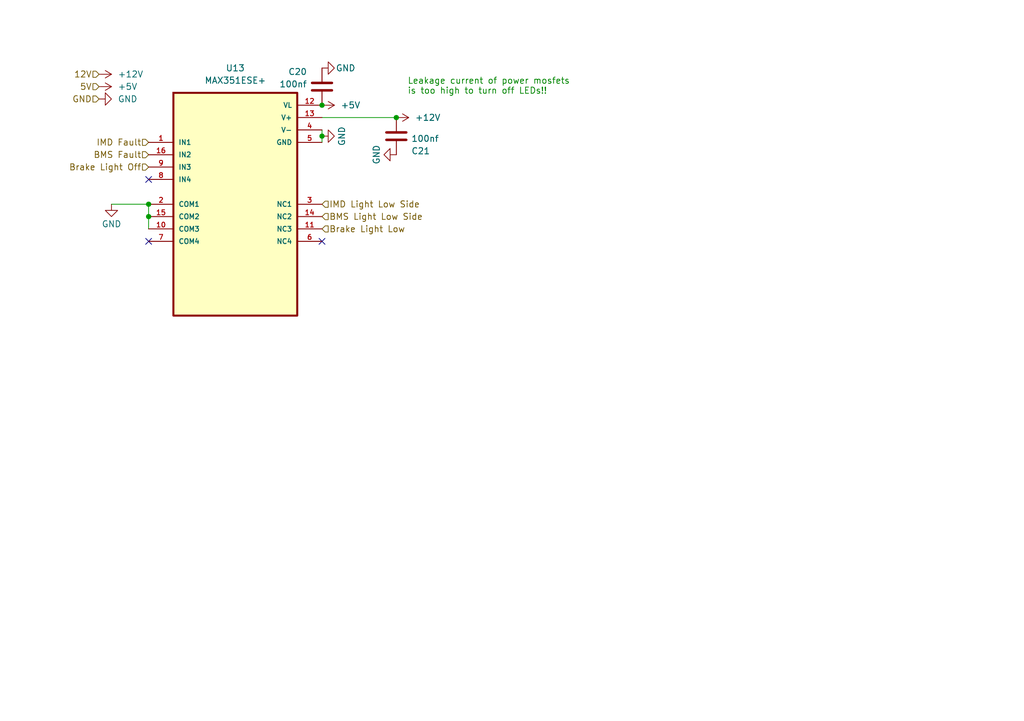
<source format=kicad_sch>
(kicad_sch (version 20231120) (generator "eeschema") (generator_version "8.0")
  (paper "A5")
  (title_block (title "Dash Light Control") (date "2024-07-07") (rev "1.0"))
  (lib_symbols
    (symbol "1FS_2_Global_Symbol_Library:MAX351ESE-T" (pin_names (offset 1.016))
      (property "Reference" "U" (at -12.7 23.86 0))
      (property "Value" "MAX351ESE-T" (at -12.7 -26.86 0))
      (symbol "MAX351ESE-T_0_0"
        (rectangle (start -12.7 22.86) (end 12.7 -22.86) (stroke (width 0.41)) (fill (type background)))
        (pin input line (at -17.78 12.7 0) (length 5.08) (name "IN1") (number "1"))
        (pin bidirectional line (at -17.78 -5.08 0) (length 5.08) (name "COM3") (number "10"))
        (pin bidirectional line (at 17.78 -5.08 180) (length 5.08) (name "NC3") (number "11"))
        (pin power_in line (at 17.78 20.32 180) (length 5.08) (name "VL") (number "12"))
        (pin power_in line (at 17.78 17.78 180) (length 5.08) (name "V+") (number "13"))
        (pin bidirectional line (at 17.78 -2.54 180) (length 5.08) (name "NC2") (number "14"))
        (pin bidirectional line (at -17.78 -2.54 0) (length 5.08) (name "COM2") (number "15"))
        (pin input line (at -17.78 10.16 0) (length 5.08) (name "IN2") (number "16"))
        (pin bidirectional line (at -17.78 0 0) (length 5.08) (name "COM1") (number "2"))
        (pin bidirectional line (at 17.78 0 180) (length 5.08) (name "NC1") (number "3"))
        (pin power_in line (at 17.78 15.24 180) (length 5.08) (name "V-") (number "4"))
        (pin power_in line (at 17.78 12.7 180) (length 5.08) (name "GND") (number "5"))
        (pin bidirectional line (at 17.78 -7.62 180) (length 5.08) (name "NC4") (number "6"))
        (pin bidirectional line (at -17.78 -7.62 0) (length 5.08) (name "COM4") (number "7"))
        (pin input line (at -17.78 5.08 0) (length 5.08) (name "IN4") (number "8"))
        (pin input line (at -17.78 7.62 0) (length 5.08) (name "IN3") (number "9"))
      )
    )
    (symbol "Device:C" (pin_numbers hide) (pin_names (offset 0.254))
      (property "Reference" "C" (at 0.635 2.54 0))
      (property "Value" "C" (at 0.635 -2.54 0))
      (symbol "C_0_1"
        (polyline (pts (xy -2.032 -0.762) (xy 2.032 -0.762)) (stroke (width 0.508)))
        (polyline (pts (xy -2.032 0.762) (xy 2.032 0.762)) (stroke (width 0.508)))
      )
      (symbol "C_1_1"
        (pin passive line (at 0 3.81 270) (length 2.794) (name "~") (number "1"))
        (pin passive line (at 0 -3.81 90) (length 2.794) (name "~") (number "2"))
      )
    )
    (symbol "power:+12V" (power) (pin_names (offset 0))
      (property "Value" "+12V" (at 0 3.556 0))
      (symbol "+12V_0_1"
        (polyline (pts (xy -0.762 1.27) (xy 0 2.54)))
        (polyline (pts (xy 0 0) (xy 0 2.54)))
        (polyline (pts (xy 0 2.54) (xy 0.762 1.27)))
      )
      (symbol "+12V_1_1"
        (pin power_in line (at 0 0 90) (length 0) hide (name "+12V") (number "1"))
      )
    )
    (symbol "power:+5V" (power) (pin_names (offset 0))
      (property "Value" "+5V" (at 0 3.556 0))
      (symbol "+5V_0_1"
        (polyline (pts (xy -0.762 1.27) (xy 0 2.54)))
        (polyline (pts (xy 0 0) (xy 0 2.54)))
        (polyline (pts (xy 0 2.54) (xy 0.762 1.27)))
      )
      (symbol "+5V_1_1"
        (pin power_in line (at 0 0 90) (length 0) hide (name "+5V") (number "1"))
      )
    )
    (symbol "power:GND" (power) (pin_names (offset 0))
      (property "Value" "GND" (at 0 -3.81 0))
      (symbol "GND_0_1"
        (polyline (pts (xy 0 0) (xy 0 -1.27) (xy 1.27 -1.27) (xy 0 -2.54) (xy -1.27 -1.27) (xy 0 -1.27)))
      )
      (symbol "GND_1_1"
        (pin power_in line (at 0 0 270) (length 0) hide (name "GND") (number "1"))
      )
    )
  )
  (junction (at 81.28 24.13))
  (junction (at 66.04 21.59))
  (junction (at 66.04 27.94))
  (junction (at 30.48 44.45))
  (junction (at 30.48 41.91))
  (no_connect (at 30.48 49.53))
  (no_connect (at 30.48 36.83))
  (no_connect (at 66.04 49.53))
  (wire (pts (xy 30.48 44.45) (xy 30.48 46.99)))
  (wire (pts (xy 66.04 26.67) (xy 66.04 27.94)))
  (wire (pts (xy 30.48 41.91) (xy 30.48 44.45)))
  (wire (pts (xy 22.86 41.91) (xy 30.48 41.91)))
  (wire (pts (xy 81.28 24.13) (xy 66.04 24.13)))
  (wire (pts (xy 66.04 27.94) (xy 66.04 29.21)))
  (text "Leakage current of power mosfets\nis too high to turn off LEDs!!" (at 83.566 19.558 0) (effects (font (size 1.27 1.27)) (justify left bottom)))
  (hierarchical_label "12V" (shape input) (at 20.32 15.24 180))
  (hierarchical_label "GND" (shape input) (at 20.32 20.32 180))
  (hierarchical_label "Brake Light Low" (shape input) (at 66.04 46.99 0))
  (hierarchical_label "Brake Light Off" (shape input) (at 30.48 34.29 180))
  (hierarchical_label "IMD Fault" (shape input) (at 30.48 29.21 180))
  (hierarchical_label "IMD Light Low Side" (shape input) (at 66.04 41.91 0))
  (hierarchical_label "5V" (shape input) (at 20.32 17.78 180))
  (hierarchical_label "BMS Fault" (shape input) (at 30.48 31.75 180))
  (hierarchical_label "BMS Light Low Side" (shape input) (at 66.04 44.45 0))
  (symbol (lib_id "power:GND") (at 20.32 20.32 90) (unit 1)
    (property "Reference" "#PWR0115" (effects (hide yes)))
    (property "Value" "GND" (at 24.13 20.32 90) (effects (justify right)))
  )
  (symbol (lib_id "power:+12V") (at 81.28 24.13 270) (unit 1)
    (property "Reference" "#PWR0110" (effects (hide yes)))
    (property "Value" "+12V" (at 85.09 24.1299 90) (effects (justify left)))
  )
  (symbol (lib_id "power:+12V") (at 20.32 15.24 270) (unit 1)
    (property "Reference" "#PWR0113" (effects (hide yes)))
    (property "Value" "+12V" (at 24.13 15.2399 90) (effects (justify left)))
  )
  (symbol (lib_id "Device:C") (at 66.04 17.78 180) (unit 1)
    (property "Reference" "C20" (at 62.992 14.732 0) (effects (justify left)))
    (property "Value" "100nf" (at 62.992 17.272 0) (effects (justify left)))
    (property "Footprint" "Capacitor_SMD:C_0805_2012Metric_Pad1.18x1.45mm_HandSolder" (effects (hide yes)))
    (property "Datasheet" "https://mm.digikey.com/Volume0/opasdata/d220001/medias/docus/4005/0805B104K101CC.pdf" (effects (hide yes)))
  )
  (symbol (lib_id "power:GND") (at 81.28 31.75 270) (unit 1)
    (property "Reference" "#PWR081" (effects (hide yes)))
    (property "Value" "GND" (at 77.216 33.782 0) (effects (justify right)))
  )
  (symbol (lib_id "power:GND") (at 22.86 41.91 0) (unit 1)
    (property "Reference" "#PWR067" (effects (hide yes)))
    (property "Value" "GND" (at 20.828 45.974 0) (effects (justify left)))
  )
  (symbol (lib_id "power:GND") (at 66.04 27.94 90) (unit 1)
    (property "Reference" "#PWR0112" (effects (hide yes)))
    (property "Value" "GND" (at 70.104 25.908 0) (effects (justify right)))
  )
  (symbol (lib_id "power:+5V") (at 20.32 17.78 270) (unit 1)
    (property "Reference" "#PWR0114" (effects (hide yes)))
    (property "Value" "+5V" (at 24.13 17.7799 90) (effects (justify left)))
  )
  (symbol (lib_id "1FS_2_Global_Symbol_Library:MAX351ESE-T") (at 48.26 41.91 0) (unit 1)
    (property "Reference" "U13" (at 48.26 13.97 0))
    (property "Value" "MAX351ESE+" (at 48.26 16.51 0))
    (property "Footprint" "1FS_2_Global_Footprint_Library:SOIC127P600X175-16N" (effects (hide yes)))
    (property "Datasheet" "https://www.analog.com/media/en/technical-documentation/data-sheets/max351-max353.pdf" (effects (hide yes)))
    (property "Description" "Analog Switches (low leakage current)" (effects (hide yes)))
  )
  (symbol (lib_id "power:GND") (at 66.04 13.97 90) (unit 1)
    (property "Reference" "#PWR080" (effects (hide yes)))
    (property "Value" "GND" (at 68.834 13.97 90) (effects (justify right)))
  )
  (symbol (lib_id "power:+5V") (at 66.04 21.59 270) (unit 1)
    (property "Reference" "#PWR0109" (effects (hide yes)))
    (property "Value" "+5V" (at 69.85 21.5899 90) (effects (justify left)))
  )
  (symbol (lib_id "Device:C") (at 81.28 27.94 0) (unit 1)
    (property "Reference" "C21" (at 84.328 30.988 0) (effects (justify left)))
    (property "Value" "100nf" (at 84.328 28.448 0) (effects (justify left)))
    (property "Footprint" "Capacitor_SMD:C_0805_2012Metric_Pad1.18x1.45mm_HandSolder" (effects (hide yes)))
    (property "Datasheet" "https://mm.digikey.com/Volume0/opasdata/d220001/medias/docus/4005/0805B104K101CC.pdf" (effects (hide yes)))
  )
)
</source>
